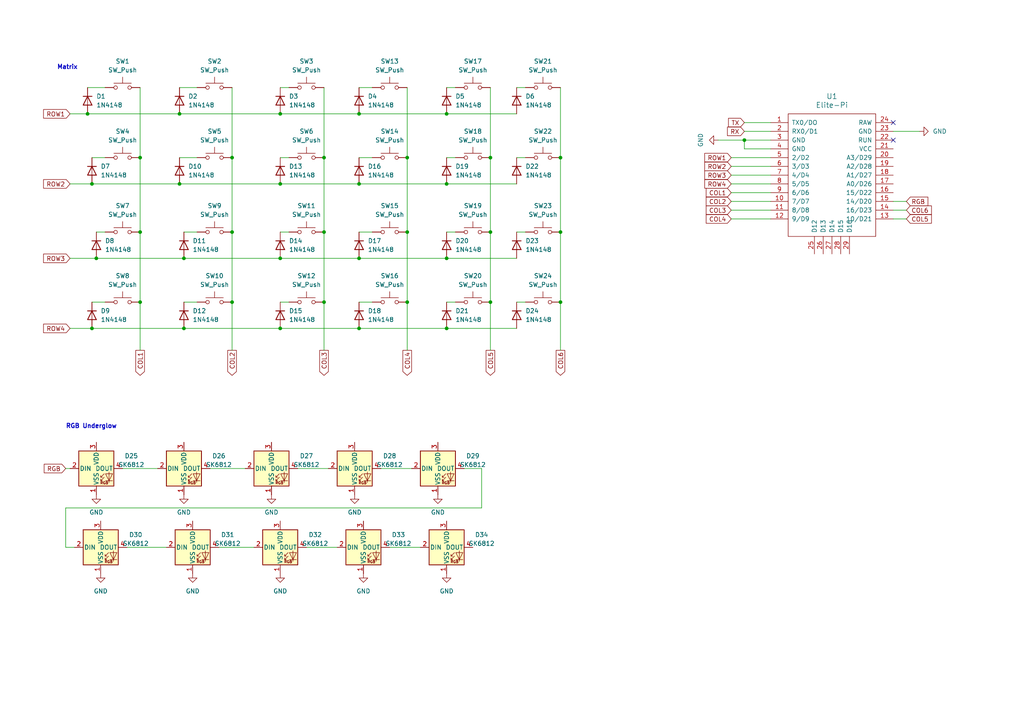
<source format=kicad_sch>
(kicad_sch (version 20230121) (generator eeschema)
  (paper "A4")
  (lib_symbols
    (symbol "Diode:1N4148" (pin_numbers hide) (pin_names hide)
      (property "Reference" "D" (at 0 2.54 0))
      (property "Value" "1N4148" (at 0 -2.54 0))
      (symbol "1N4148_0_1"
        (polyline (pts (xy -1.27 1.27) (xy -1.27 -1.27)) (stroke (width 0.254)))
        (polyline (pts (xy 1.27 0) (xy -1.27 0)))
        (polyline (pts (xy 1.27 1.27) (xy 1.27 -1.27) (xy -1.27 0) (xy 1.27 1.27)) (stroke (width 0.254)))
      )
      (symbol "1N4148_1_1"
        (pin passive line (at -3.81 0 0) (length 2.54) (name "K") (number "1"))
        (pin passive line (at 3.81 0 180) (length 2.54) (name "A") (number "2"))
      )
    )
    (symbol "LED:SK6812" (pin_names (offset 0.254))
      (property "Reference" "D" (at 5.08 5.715 0))
      (property "Value" "SK6812" (at 1.27 -5.715 0))
      (symbol "SK6812_0_0"
        (text "RGB" (at 2.286 -4.191 0) (effects (font (size 0.762 0.762))))
      )
      (symbol "SK6812_0_1"
        (polyline (pts (xy 1.27 -3.556) (xy 1.778 -3.556)))
        (polyline (pts (xy 1.27 -2.54) (xy 1.778 -2.54)))
        (polyline (pts (xy 4.699 -3.556) (xy 2.667 -3.556)))
        (polyline (pts (xy 2.286 -2.54) (xy 1.27 -3.556) (xy 1.27 -3.048)))
        (polyline (pts (xy 2.286 -1.524) (xy 1.27 -2.54) (xy 1.27 -2.032)))
        (polyline (pts (xy 3.683 -1.016) (xy 3.683 -3.556) (xy 3.683 -4.064)))
        (polyline (pts (xy 4.699 -1.524) (xy 2.667 -1.524) (xy 3.683 -3.556) (xy 4.699 -1.524)))
        (rectangle (start 5.08 5.08) (end -5.08 -5.08) (stroke (width 0.254)) (fill (type background)))
      )
      (symbol "SK6812_1_1"
        (pin power_in line (at 0 -7.62 90) (length 2.54) (name "VSS") (number "1"))
        (pin input line (at -7.62 0 0) (length 2.54) (name "DIN") (number "2"))
        (pin power_in line (at 0 7.62 270) (length 2.54) (name "VDD") (number "3"))
        (pin output line (at 7.62 0 180) (length 2.54) (name "DOUT") (number "4"))
      )
    )
    (symbol "SlyRaccoon:Elite-Pi" (pin_names (offset 1.016))
      (property "Reference" "U" (at 0 0 0))
      (property "Value" "Elite-Pi" (at 0 2.54 0))
      (symbol "Elite-Pi_0_1"
        (rectangle (start 12.7 -19.05) (end -12.7 16.51))
      )
      (symbol "Elite-Pi_1_1"
        (pin input line (at -17.78 13.97 0) (length 5.08) (name "TX0/DO") (number "1"))
        (pin input line (at -17.78 -8.89 0) (length 5.08) (name "7/D7") (number "10"))
        (pin input line (at -17.78 -11.43 0) (length 5.08) (name "8/D8") (number "11"))
        (pin input line (at -17.78 -13.97 0) (length 5.08) (name "9/D9") (number "12"))
        (pin input line (at 17.78 -13.97 180) (length 5.08) (name "10/D21") (number "13"))
        (pin input line (at 17.78 -11.43 180) (length 5.08) (name "16/D23") (number "14"))
        (pin input line (at 17.78 -8.89 180) (length 5.08) (name "14/D20") (number "15"))
        (pin input line (at 17.78 -6.35 180) (length 5.08) (name "15/D22") (number "16"))
        (pin input line (at 17.78 -3.81 180) (length 5.08) (name "A0/D26") (number "17"))
        (pin input line (at 17.78 -1.27 180) (length 5.08) (name "A1/D27") (number "18"))
        (pin input line (at 17.78 1.27 180) (length 5.08) (name "A2/D28") (number "19"))
        (pin input line (at -17.78 11.43 0) (length 5.08) (name "RX0/D1") (number "2"))
        (pin input line (at 17.78 3.81 180) (length 5.08) (name "A3/D29") (number "20"))
        (pin input line (at 17.78 6.35 180) (length 5.08) (name "VCC") (number "21"))
        (pin input line (at 17.78 8.89 180) (length 5.08) (name "RUN") (number "22"))
        (pin input line (at 17.78 11.43 180) (length 5.08) (name "GND") (number "23"))
        (pin input line (at 17.78 13.97 180) (length 5.08) (name "RAW") (number "24"))
        (pin input line (at -5.08 -24.13 90) (length 5.08) (name "D12") (number "25"))
        (pin input line (at -2.54 -24.13 90) (length 5.08) (name "D13") (number "26"))
        (pin input line (at 0 -24.13 90) (length 5.08) (name "D14") (number "27"))
        (pin input line (at 2.54 -24.13 90) (length 5.08) (name "D15") (number "28"))
        (pin input line (at 5.08 -24.13 90) (length 5.08) (name "D16") (number "29"))
        (pin input line (at -17.78 8.89 0) (length 5.08) (name "GND") (number "3"))
        (pin input line (at -17.78 6.35 0) (length 5.08) (name "GND") (number "4"))
        (pin input line (at -17.78 3.81 0) (length 5.08) (name "2/D2") (number "5"))
        (pin input line (at -17.78 1.27 0) (length 5.08) (name "3/D3") (number "6"))
        (pin input line (at -17.78 -1.27 0) (length 5.08) (name "4/D4") (number "7"))
        (pin input line (at -17.78 -3.81 0) (length 5.08) (name "5/D5") (number "8"))
        (pin input line (at -17.78 -6.35 0) (length 5.08) (name "6/D6") (number "9"))
      )
    )
    (symbol "Switch:SW_Push" (pin_numbers hide) (pin_names (offset 1.016) hide)
      (property "Reference" "SW" (at 1.27 2.54 0))
      (property "Value" "SW_Push" (at 0 -1.524 0))
      (symbol "SW_Push_0_1"
        (circle (center -2.032 0) (radius 0.508))
        (polyline (pts (xy 0 1.27) (xy 0 3.048)))
        (polyline (pts (xy 2.54 1.27) (xy -2.54 1.27)))
        (circle (center 2.032 0) (radius 0.508))
        (pin passive line (at -5.08 0 0) (length 2.54) (name "1") (number "1"))
        (pin passive line (at 5.08 0 180) (length 2.54) (name "2") (number "2"))
      )
    )
    (symbol "power:GND" (power) (pin_names (offset 0))
      (property "Value" "GND" (at 0 -3.81 0))
      (symbol "GND_0_1"
        (polyline (pts (xy 0 0) (xy 0 -1.27) (xy 1.27 -1.27) (xy 0 -2.54) (xy -1.27 -1.27) (xy 0 -1.27)))
      )
      (symbol "GND_1_1"
        (pin power_in line (at 0 0 270) (length 0) hide (name "GND") (number "1"))
      )
    )
  )
  (junction (at 93.98 45.72))
  (junction (at 67.31 45.72))
  (junction (at 142.24 67.31))
  (junction (at 27.94 74.93))
  (junction (at 67.31 87.63))
  (junction (at 40.64 87.63))
  (junction (at 81.28 74.93))
  (junction (at 81.28 53.34))
  (junction (at 93.98 87.63))
  (junction (at 40.64 45.72))
  (junction (at 118.11 45.72))
  (junction (at 162.56 67.31))
  (junction (at 104.14 53.34))
  (junction (at 129.54 95.25))
  (junction (at 215.9 40.64))
  (junction (at 25.4 33.02))
  (junction (at 81.28 33.02))
  (junction (at 26.67 53.34))
  (junction (at 118.11 67.31))
  (junction (at 162.56 45.72))
  (junction (at 53.34 74.93))
  (junction (at 52.07 33.02))
  (junction (at 104.14 33.02))
  (junction (at 162.56 87.63))
  (junction (at 52.07 53.34))
  (junction (at 53.34 95.25))
  (junction (at 142.24 45.72))
  (junction (at 81.28 95.25))
  (junction (at 129.54 33.02))
  (junction (at 142.24 87.63))
  (junction (at 67.31 67.31))
  (junction (at 40.64 67.31))
  (junction (at 104.14 74.93))
  (junction (at 118.11 87.63))
  (junction (at 104.14 95.25))
  (junction (at 26.67 95.25))
  (junction (at 93.98 67.31))
  (junction (at 129.54 74.93))
  (junction (at 129.54 53.34))
  (no_connect (at 259.08 35.56))
  (no_connect (at 259.08 40.64))
  (wire (pts (xy 212.09 50.8) (xy 223.52 50.8)))
  (wire (pts (xy 26.67 95.25) (xy 53.34 95.25)))
  (wire (pts (xy 40.64 67.31) (xy 40.64 87.63)))
  (wire (pts (xy 142.24 25.4) (xy 142.24 45.72)))
  (wire (pts (xy 52.07 53.34) (xy 81.28 53.34)))
  (wire (pts (xy 104.14 33.02) (xy 129.54 33.02)))
  (wire (pts (xy 259.08 60.96) (xy 262.89 60.96)))
  (wire (pts (xy 142.24 87.63) (xy 142.24 101.6)))
  (wire (pts (xy 110.49 135.89) (xy 119.38 135.89)))
  (wire (pts (xy 215.9 43.18) (xy 215.9 40.64)))
  (wire (pts (xy 81.28 33.02) (xy 104.14 33.02)))
  (wire (pts (xy 118.11 45.72) (xy 118.11 67.31)))
  (wire (pts (xy 129.54 67.31) (xy 132.08 67.31)))
  (wire (pts (xy 149.86 25.4) (xy 152.4 25.4)))
  (wire (pts (xy 212.09 58.42) (xy 223.52 58.42)))
  (wire (pts (xy 19.05 158.75) (xy 21.59 158.75)))
  (wire (pts (xy 134.62 135.89) (xy 139.7 135.89)))
  (wire (pts (xy 129.54 95.25) (xy 149.86 95.25)))
  (wire (pts (xy 67.31 45.72) (xy 67.31 67.31)))
  (wire (pts (xy 259.08 63.5) (xy 262.89 63.5)))
  (wire (pts (xy 86.36 135.89) (xy 95.25 135.89)))
  (wire (pts (xy 93.98 25.4) (xy 93.98 45.72)))
  (wire (pts (xy 223.52 43.18) (xy 215.9 43.18)))
  (wire (pts (xy 129.54 33.02) (xy 149.86 33.02)))
  (wire (pts (xy 215.9 35.56) (xy 223.52 35.56)))
  (wire (pts (xy 93.98 87.63) (xy 93.98 101.6)))
  (wire (pts (xy 215.9 38.1) (xy 223.52 38.1)))
  (wire (pts (xy 19.05 147.32) (xy 19.05 158.75)))
  (wire (pts (xy 93.98 45.72) (xy 93.98 67.31)))
  (wire (pts (xy 53.34 74.93) (xy 81.28 74.93)))
  (wire (pts (xy 118.11 87.63) (xy 118.11 101.6)))
  (wire (pts (xy 149.86 45.72) (xy 152.4 45.72)))
  (wire (pts (xy 212.09 45.72) (xy 223.52 45.72)))
  (wire (pts (xy 149.86 87.63) (xy 152.4 87.63)))
  (wire (pts (xy 129.54 53.34) (xy 149.86 53.34)))
  (wire (pts (xy 162.56 87.63) (xy 162.56 101.6)))
  (wire (pts (xy 20.32 95.25) (xy 26.67 95.25)))
  (wire (pts (xy 215.9 40.64) (xy 223.52 40.64)))
  (wire (pts (xy 53.34 95.25) (xy 81.28 95.25)))
  (wire (pts (xy 259.08 58.42) (xy 262.89 58.42)))
  (wire (pts (xy 60.96 135.89) (xy 71.12 135.89)))
  (wire (pts (xy 139.7 147.32) (xy 19.05 147.32)))
  (wire (pts (xy 162.56 25.4) (xy 162.56 45.72)))
  (wire (pts (xy 36.83 158.75) (xy 48.26 158.75)))
  (wire (pts (xy 67.31 67.31) (xy 67.31 87.63)))
  (wire (pts (xy 81.28 74.93) (xy 104.14 74.93)))
  (wire (pts (xy 88.9 158.75) (xy 97.79 158.75)))
  (wire (pts (xy 81.28 95.25) (xy 104.14 95.25)))
  (wire (pts (xy 19.05 135.89) (xy 20.32 135.89)))
  (wire (pts (xy 139.7 135.89) (xy 139.7 147.32)))
  (wire (pts (xy 104.14 87.63) (xy 107.95 87.63)))
  (wire (pts (xy 162.56 67.31) (xy 162.56 87.63)))
  (wire (pts (xy 104.14 74.93) (xy 129.54 74.93)))
  (wire (pts (xy 118.11 25.4) (xy 118.11 45.72)))
  (wire (pts (xy 52.07 25.4) (xy 57.15 25.4)))
  (wire (pts (xy 118.11 67.31) (xy 118.11 87.63)))
  (wire (pts (xy 25.4 25.4) (xy 30.48 25.4)))
  (wire (pts (xy 129.54 45.72) (xy 132.08 45.72)))
  (wire (pts (xy 63.5 158.75) (xy 73.66 158.75)))
  (wire (pts (xy 93.98 67.31) (xy 93.98 87.63)))
  (wire (pts (xy 104.14 25.4) (xy 107.95 25.4)))
  (wire (pts (xy 104.14 45.72) (xy 107.95 45.72)))
  (wire (pts (xy 40.64 45.72) (xy 40.64 67.31)))
  (wire (pts (xy 208.28 40.64) (xy 215.9 40.64)))
  (wire (pts (xy 53.34 87.63) (xy 57.15 87.63)))
  (wire (pts (xy 162.56 45.72) (xy 162.56 67.31)))
  (wire (pts (xy 27.94 67.31) (xy 30.48 67.31)))
  (wire (pts (xy 25.4 33.02) (xy 52.07 33.02)))
  (wire (pts (xy 212.09 60.96) (xy 223.52 60.96)))
  (wire (pts (xy 20.32 33.02) (xy 25.4 33.02)))
  (wire (pts (xy 20.32 53.34) (xy 26.67 53.34)))
  (wire (pts (xy 52.07 45.72) (xy 57.15 45.72)))
  (wire (pts (xy 26.67 53.34) (xy 52.07 53.34)))
  (wire (pts (xy 142.24 67.31) (xy 142.24 87.63)))
  (wire (pts (xy 53.34 67.31) (xy 57.15 67.31)))
  (wire (pts (xy 104.14 67.31) (xy 107.95 67.31)))
  (wire (pts (xy 27.94 74.93) (xy 53.34 74.93)))
  (wire (pts (xy 212.09 55.88) (xy 223.52 55.88)))
  (wire (pts (xy 149.86 67.31) (xy 152.4 67.31)))
  (wire (pts (xy 81.28 67.31) (xy 83.82 67.31)))
  (wire (pts (xy 259.08 38.1) (xy 266.7 38.1)))
  (wire (pts (xy 113.03 158.75) (xy 121.92 158.75)))
  (wire (pts (xy 129.54 74.93) (xy 149.86 74.93)))
  (wire (pts (xy 104.14 95.25) (xy 129.54 95.25)))
  (wire (pts (xy 20.32 74.93) (xy 27.94 74.93)))
  (wire (pts (xy 40.64 87.63) (xy 40.64 101.6)))
  (wire (pts (xy 129.54 25.4) (xy 132.08 25.4)))
  (wire (pts (xy 52.07 33.02) (xy 81.28 33.02)))
  (wire (pts (xy 81.28 53.34) (xy 104.14 53.34)))
  (wire (pts (xy 35.56 135.89) (xy 45.72 135.89)))
  (wire (pts (xy 81.28 87.63) (xy 83.82 87.63)))
  (wire (pts (xy 40.64 25.4) (xy 40.64 45.72)))
  (wire (pts (xy 104.14 53.34) (xy 129.54 53.34)))
  (wire (pts (xy 212.09 53.34) (xy 223.52 53.34)))
  (wire (pts (xy 26.67 45.72) (xy 30.48 45.72)))
  (wire (pts (xy 81.28 45.72) (xy 83.82 45.72)))
  (wire (pts (xy 26.67 87.63) (xy 30.48 87.63)))
  (wire (pts (xy 142.24 45.72) (xy 142.24 67.31)))
  (wire (pts (xy 212.09 63.5) (xy 223.52 63.5)))
  (wire (pts (xy 212.09 48.26) (xy 223.52 48.26)))
  (wire (pts (xy 129.54 87.63) (xy 132.08 87.63)))
  (wire (pts (xy 67.31 87.63) (xy 67.31 101.6)))
  (wire (pts (xy 81.28 25.4) (xy 83.82 25.4)))
  (wire (pts (xy 67.31 25.4) (xy 67.31 45.72)))
  (text "Matrix" (at 16.51 20.32 0) (effects (font (size 1.27 1.27) (thickness 0.254) bold) (justify left bottom)))
  (text "RGB Underglow" (at 19.05 124.46 0) (effects (font (size 1.27 1.27) (thickness 0.254) bold) (justify left bottom)))
  (global_label "COL5" (shape input) (at 262.89 63.5 0) (property "Intersheetrefs" "${INTERSHEET_REFS}" (effects hide)))
  (global_label "ROW2" (shape input) (at 20.32 53.34 180) (property "Intersheetrefs" "${INTERSHEET_REFS}" (effects hide)))
  (global_label "ROW4" (shape input) (at 20.32 95.25 180) (property "Intersheetrefs" "${INTERSHEET_REFS}" (effects hide)))
  (global_label "COL6" (shape output) (at 162.56 101.6 270) (property "Intersheetrefs" "${INTERSHEET_REFS}" (effects hide)))
  (global_label "COL2" (shape input) (at 212.09 58.42 180) (property "Intersheetrefs" "${INTERSHEET_REFS}" (effects hide)))
  (global_label "COL1" (shape input) (at 212.09 55.88 180) (property "Intersheetrefs" "${INTERSHEET_REFS}" (effects hide)))
  (global_label "RX" (shape input) (at 215.9 38.1 180) (property "Intersheetrefs" "${INTERSHEET_REFS}" (effects hide)))
  (global_label "ROW3" (shape input) (at 212.09 50.8 180) (property "Intersheetrefs" "${INTERSHEET_REFS}" (effects hide)))
  (global_label "COL4" (shape output) (at 118.11 101.6 270) (property "Intersheetrefs" "${INTERSHEET_REFS}" (effects hide)))
  (global_label "RGB" (shape input) (at 262.89 58.42 0) (property "Intersheetrefs" "${INTERSHEET_REFS}" (effects hide)))
  (global_label "ROW4" (shape input) (at 212.09 53.34 180) (property "Intersheetrefs" "${INTERSHEET_REFS}" (effects hide)))
  (global_label "COL6" (shape input) (at 262.89 60.96 0) (property "Intersheetrefs" "${INTERSHEET_REFS}" (effects hide)))
  (global_label "COL2" (shape output) (at 67.31 101.6 270) (property "Intersheetrefs" "${INTERSHEET_REFS}" (effects hide)))
  (global_label "COL3" (shape input) (at 212.09 60.96 180) (property "Intersheetrefs" "${INTERSHEET_REFS}" (effects hide)))
  (global_label "COL1" (shape output) (at 40.64 101.6 270) (property "Intersheetrefs" "${INTERSHEET_REFS}" (effects hide)))
  (global_label "TX" (shape input) (at 215.9 35.56 180) (property "Intersheetrefs" "${INTERSHEET_REFS}" (effects hide)))
  (global_label "ROW1" (shape input) (at 212.09 45.72 180) (property "Intersheetrefs" "${INTERSHEET_REFS}" (effects hide)))
  (global_label "ROW1" (shape input) (at 20.32 33.02 180) (property "Intersheetrefs" "${INTERSHEET_REFS}" (effects hide)))
  (global_label "COL5" (shape output) (at 142.24 101.6 270) (property "Intersheetrefs" "${INTERSHEET_REFS}" (effects hide)))
  (global_label "ROW2" (shape input) (at 212.09 48.26 180) (property "Intersheetrefs" "${INTERSHEET_REFS}" (effects hide)))
  (global_label "COL3" (shape output) (at 93.98 101.6 270) (property "Intersheetrefs" "${INTERSHEET_REFS}" (effects hide)))
  (global_label "RGB" (shape input) (at 19.05 135.89 180) (property "Intersheetrefs" "${INTERSHEET_REFS}" (effects hide)))
  (global_label "COL4" (shape input) (at 212.09 63.5 180) (property "Intersheetrefs" "${INTERSHEET_REFS}" (effects hide)))
  (global_label "ROW3" (shape input) (at 20.32 74.93 180) (property "Intersheetrefs" "${INTERSHEET_REFS}" (effects hide)))
  (symbol (lib_id "Switch:SW_Push") (at 35.56 87.63 0) (unit 1)
    (property "Reference" "SW8" (at 35.56 80.01 0))
    (property "Value" "SW_Push" (at 35.56 82.55 0))
    (property "Footprint" "Keebio:Kailh-PG1350-1u-NoLED" (effects hide))
  )
  (symbol (lib_id "Switch:SW_Push") (at 35.56 45.72 0) (unit 1)
    (property "Reference" "SW4" (at 35.56 38.1 0))
    (property "Value" "SW_Push" (at 35.56 40.64 0))
    (property "Footprint" "Keebio:Kailh-PG1350-1u-NoLED" (effects hide))
  )
  (symbol (lib_id "Diode:1N4148") (at 52.07 49.53 270) (unit 1)
    (property "Reference" "D10" (at 54.61 48.26 90) (effects (justify left)))
    (property "Value" "1N4148" (at 54.61 50.8 90) (effects (justify left)))
    (property "Footprint" "Diode_THT:D_DO-35_SOD27_P7.62mm_Horizontal" (effects hide))
    (property "Datasheet" "https://assets.nexperia.com/documents/data-sheet/1N4148_1N4448.pdf" (effects hide))
    (property "Sim.Device" "D" (effects hide))
    (property "Sim.Pins" "1=K 2=A" (effects hide))
  )
  (symbol (lib_id "LED:SK6812") (at 81.28 158.75 0) (unit 1)
    (property "Reference" "D32" (at 91.44 155.1021 0))
    (property "Value" "SK6812" (at 91.44 157.6421 0))
    (property "Footprint" "LED_SMD:LED_SK6812_PLCC4_5.0x5.0mm_P3.2mm" (effects hide))
    (property "Datasheet" "https://cdn-shop.adafruit.com/product-files/1138/SK6812+LED+datasheet+.pdf" (effects hide))
  )
  (symbol (lib_id "Switch:SW_Push") (at 62.23 25.4 0) (unit 1)
    (property "Reference" "SW2" (at 62.23 17.78 0))
    (property "Value" "SW_Push" (at 62.23 20.32 0))
    (property "Footprint" "Keebio:Kailh-PG1350-1u-NoLED" (effects hide))
  )
  (symbol (lib_id "Switch:SW_Push") (at 157.48 87.63 0) (unit 1)
    (property "Reference" "SW24" (at 157.48 80.01 0))
    (property "Value" "SW_Push" (at 157.48 82.55 0))
    (property "Footprint" "Keebio:Kailh-PG1350-2u-NoLED" (effects hide))
  )
  (symbol (lib_id "LED:SK6812") (at 105.41 158.75 0) (unit 1)
    (property "Reference" "D33" (at 115.57 155.1021 0))
    (property "Value" "SK6812" (at 115.57 157.6421 0))
    (property "Footprint" "LED_SMD:LED_SK6812_PLCC4_5.0x5.0mm_P3.2mm" (effects hide))
    (property "Datasheet" "https://cdn-shop.adafruit.com/product-files/1138/SK6812+LED+datasheet+.pdf" (effects hide))
  )
  (symbol (lib_id "Switch:SW_Push") (at 137.16 87.63 0) (unit 1)
    (property "Reference" "SW20" (at 137.16 80.01 0))
    (property "Value" "SW_Push" (at 137.16 82.55 0))
    (property "Footprint" "Keebio:Kailh-PG1350-1u-NoLED" (effects hide))
  )
  (symbol (lib_id "Switch:SW_Push") (at 113.03 45.72 0) (unit 1)
    (property "Reference" "SW14" (at 113.03 38.1 0))
    (property "Value" "SW_Push" (at 113.03 40.64 0))
    (property "Footprint" "Keebio:Kailh-PG1350-1u-NoLED" (effects hide))
  )
  (symbol (lib_id "power:GND") (at 127 143.51 0) (unit 1)
    (property "Reference" "#PWR08" (effects hide))
    (property "Value" "GND" (at 127 148.59 0))
  )
  (symbol (lib_id "power:GND") (at 105.41 166.37 0) (unit 1)
    (property "Reference" "#PWR06" (effects hide))
    (property "Value" "GND" (at 105.41 171.45 0))
  )
  (symbol (lib_id "Switch:SW_Push") (at 113.03 67.31 0) (unit 1)
    (property "Reference" "SW15" (at 113.03 59.69 0))
    (property "Value" "SW_Push" (at 113.03 62.23 0))
    (property "Footprint" "Keebio:Kailh-PG1350-1u-NoLED" (effects hide))
  )
  (symbol (lib_id "Diode:1N4148") (at 81.28 91.44 270) (unit 1)
    (property "Reference" "D15" (at 83.82 90.17 90) (effects (justify left)))
    (property "Value" "1N4148" (at 83.82 92.71 90) (effects (justify left)))
    (property "Footprint" "Diode_THT:D_DO-35_SOD27_P7.62mm_Horizontal" (effects hide))
    (property "Datasheet" "https://assets.nexperia.com/documents/data-sheet/1N4148_1N4448.pdf" (effects hide))
    (property "Sim.Device" "D" (effects hide))
    (property "Sim.Pins" "1=K 2=A" (effects hide))
  )
  (symbol (lib_id "power:GND") (at 27.94 143.51 0) (unit 1)
    (property "Reference" "#PWR012" (effects hide))
    (property "Value" "GND" (at 27.94 148.59 0))
  )
  (symbol (lib_id "Switch:SW_Push") (at 62.23 87.63 0) (unit 1)
    (property "Reference" "SW10" (at 62.23 80.01 0))
    (property "Value" "SW_Push" (at 62.23 82.55 0))
    (property "Footprint" "Keebio:Kailh-PG1350-1u-NoLED" (effects hide))
  )
  (symbol (lib_id "Switch:SW_Push") (at 62.23 45.72 0) (unit 1)
    (property "Reference" "SW5" (at 62.23 38.1 0))
    (property "Value" "SW_Push" (at 62.23 40.64 0))
    (property "Footprint" "Keebio:Kailh-PG1350-1u-NoLED" (effects hide))
  )
  (symbol (lib_id "power:GND") (at 81.28 166.37 0) (unit 1)
    (property "Reference" "#PWR05" (effects hide))
    (property "Value" "GND" (at 81.28 171.45 0))
  )
  (symbol (lib_id "LED:SK6812") (at 102.87 135.89 0) (unit 1)
    (property "Reference" "D28" (at 113.03 132.2421 0))
    (property "Value" "SK6812" (at 113.03 134.7821 0))
    (property "Footprint" "LED_SMD:LED_SK6812_PLCC4_5.0x5.0mm_P3.2mm" (effects hide))
    (property "Datasheet" "https://cdn-shop.adafruit.com/product-files/1138/SK6812+LED+datasheet+.pdf" (effects hide))
  )
  (symbol (lib_id "power:GND") (at 78.74 143.51 0) (unit 1)
    (property "Reference" "#PWR010" (effects hide))
    (property "Value" "GND" (at 78.74 148.59 0))
  )
  (symbol (lib_id "LED:SK6812") (at 78.74 135.89 0) (unit 1)
    (property "Reference" "D27" (at 88.9 132.2421 0))
    (property "Value" "SK6812" (at 88.9 134.7821 0))
    (property "Footprint" "LED_SMD:LED_SK6812_PLCC4_5.0x5.0mm_P3.2mm" (effects hide))
    (property "Datasheet" "https://cdn-shop.adafruit.com/product-files/1138/SK6812+LED+datasheet+.pdf" (effects hide))
  )
  (symbol (lib_id "Diode:1N4148") (at 149.86 49.53 270) (unit 1)
    (property "Reference" "D22" (at 152.4 48.26 90) (effects (justify left)))
    (property "Value" "1N4148" (at 152.4 50.8 90) (effects (justify left)))
    (property "Footprint" "Diode_THT:D_DO-35_SOD27_P7.62mm_Horizontal" (effects hide))
    (property "Datasheet" "https://assets.nexperia.com/documents/data-sheet/1N4148_1N4448.pdf" (effects hide))
    (property "Sim.Device" "D" (effects hide))
    (property "Sim.Pins" "1=K 2=A" (effects hide))
  )
  (symbol (lib_id "Switch:SW_Push") (at 113.03 25.4 0) (unit 1)
    (property "Reference" "SW13" (at 113.03 17.78 0))
    (property "Value" "SW_Push" (at 113.03 20.32 0))
    (property "Footprint" "Keebio:Kailh-PG1350-1u-NoLED" (effects hide))
  )
  (symbol (lib_id "Diode:1N4148") (at 26.67 91.44 270) (unit 1)
    (property "Reference" "D9" (at 29.21 90.17 90) (effects (justify left)))
    (property "Value" "1N4148" (at 29.21 92.71 90) (effects (justify left)))
    (property "Footprint" "Diode_THT:D_DO-35_SOD27_P7.62mm_Horizontal" (effects hide))
    (property "Datasheet" "https://assets.nexperia.com/documents/data-sheet/1N4148_1N4448.pdf" (effects hide))
    (property "Sim.Device" "D" (effects hide))
    (property "Sim.Pins" "1=K 2=A" (effects hide))
  )
  (symbol (lib_id "Switch:SW_Push") (at 157.48 25.4 0) (unit 1)
    (property "Reference" "SW21" (at 157.48 17.78 0))
    (property "Value" "SW_Push" (at 157.48 20.32 0))
    (property "Footprint" "Keebio:Kailh-PG1350-1u-NoLED" (effects hide))
  )
  (symbol (lib_id "Diode:1N4148") (at 53.34 91.44 270) (unit 1)
    (property "Reference" "D12" (at 55.88 90.17 90) (effects (justify left)))
    (property "Value" "1N4148" (at 55.88 92.71 90) (effects (justify left)))
    (property "Footprint" "Diode_THT:D_DO-35_SOD27_P7.62mm_Horizontal" (effects hide))
    (property "Datasheet" "https://assets.nexperia.com/documents/data-sheet/1N4148_1N4448.pdf" (effects hide))
    (property "Sim.Device" "D" (effects hide))
    (property "Sim.Pins" "1=K 2=A" (effects hide))
  )
  (symbol (lib_id "Switch:SW_Push") (at 88.9 87.63 0) (unit 1)
    (property "Reference" "SW12" (at 88.9 80.01 0))
    (property "Value" "SW_Push" (at 88.9 82.55 0))
    (property "Footprint" "Keebio:Kailh-PG1350-1u-NoLED" (effects hide))
  )
  (symbol (lib_id "Diode:1N4148") (at 149.86 71.12 270) (unit 1)
    (property "Reference" "D23" (at 152.4 69.85 90) (effects (justify left)))
    (property "Value" "1N4148" (at 152.4 72.39 90) (effects (justify left)))
    (property "Footprint" "Diode_THT:D_DO-35_SOD27_P7.62mm_Horizontal" (effects hide))
    (property "Datasheet" "https://assets.nexperia.com/documents/data-sheet/1N4148_1N4448.pdf" (effects hide))
    (property "Sim.Device" "D" (effects hide))
    (property "Sim.Pins" "1=K 2=A" (effects hide))
  )
  (symbol (lib_id "Diode:1N4148") (at 25.4 29.21 270) (unit 1)
    (property "Reference" "D1" (at 27.94 27.94 90) (effects (justify left)))
    (property "Value" "1N4148" (at 27.94 30.48 90) (effects (justify left)))
    (property "Footprint" "Diode_THT:D_DO-35_SOD27_P7.62mm_Horizontal" (effects hide))
    (property "Datasheet" "https://assets.nexperia.com/documents/data-sheet/1N4148_1N4448.pdf" (effects hide))
    (property "Sim.Device" "D" (effects hide))
    (property "Sim.Pins" "1=K 2=A" (effects hide))
  )
  (symbol (lib_id "Diode:1N4148") (at 26.67 49.53 270) (unit 1)
    (property "Reference" "D7" (at 29.21 48.26 90) (effects (justify left)))
    (property "Value" "1N4148" (at 29.21 50.8 90) (effects (justify left)))
    (property "Footprint" "Diode_THT:D_DO-35_SOD27_P7.62mm_Horizontal" (effects hide))
    (property "Datasheet" "https://assets.nexperia.com/documents/data-sheet/1N4148_1N4448.pdf" (effects hide))
    (property "Sim.Device" "D" (effects hide))
    (property "Sim.Pins" "1=K 2=A" (effects hide))
  )
  (symbol (lib_id "Diode:1N4148") (at 104.14 49.53 270) (unit 1)
    (property "Reference" "D16" (at 106.68 48.26 90) (effects (justify left)))
    (property "Value" "1N4148" (at 106.68 50.8 90) (effects (justify left)))
    (property "Footprint" "Diode_THT:D_DO-35_SOD27_P7.62mm_Horizontal" (effects hide))
    (property "Datasheet" "https://assets.nexperia.com/documents/data-sheet/1N4148_1N4448.pdf" (effects hide))
    (property "Sim.Device" "D" (effects hide))
    (property "Sim.Pins" "1=K 2=A" (effects hide))
  )
  (symbol (lib_id "LED:SK6812") (at 55.88 158.75 0) (unit 1)
    (property "Reference" "D31" (at 66.04 155.1021 0))
    (property "Value" "SK6812" (at 66.04 157.6421 0))
    (property "Footprint" "LED_SMD:LED_SK6812_PLCC4_5.0x5.0mm_P3.2mm" (effects hide))
    (property "Datasheet" "https://cdn-shop.adafruit.com/product-files/1138/SK6812+LED+datasheet+.pdf" (effects hide))
  )
  (symbol (lib_id "Switch:SW_Push") (at 137.16 25.4 0) (unit 1)
    (property "Reference" "SW17" (at 137.16 17.78 0))
    (property "Value" "SW_Push" (at 137.16 20.32 0))
    (property "Footprint" "Keebio:Kailh-PG1350-1u-NoLED" (effects hide))
  )
  (symbol (lib_id "power:GND") (at 102.87 143.51 0) (unit 1)
    (property "Reference" "#PWR09" (effects hide))
    (property "Value" "GND" (at 102.87 148.59 0))
  )
  (symbol (lib_id "Switch:SW_Push") (at 88.9 45.72 0) (unit 1)
    (property "Reference" "SW6" (at 88.9 38.1 0))
    (property "Value" "SW_Push" (at 88.9 40.64 0))
    (property "Footprint" "Keebio:Kailh-PG1350-1u-NoLED" (effects hide))
  )
  (symbol (lib_id "Switch:SW_Push") (at 35.56 67.31 0) (unit 1)
    (property "Reference" "SW7" (at 35.56 59.69 0))
    (property "Value" "SW_Push" (at 35.56 62.23 0))
    (property "Footprint" "Keebio:Kailh-PG1350-1u-NoLED" (effects hide))
  )
  (symbol (lib_id "Diode:1N4148") (at 52.07 29.21 270) (unit 1)
    (property "Reference" "D2" (at 54.61 27.94 90) (effects (justify left)))
    (property "Value" "1N4148" (at 54.61 30.48 90) (effects (justify left)))
    (property "Footprint" "Diode_THT:D_DO-35_SOD27_P7.62mm_Horizontal" (effects hide))
    (property "Datasheet" "https://assets.nexperia.com/documents/data-sheet/1N4148_1N4448.pdf" (effects hide))
    (property "Sim.Device" "D" (effects hide))
    (property "Sim.Pins" "1=K 2=A" (effects hide))
  )
  (symbol (lib_id "Switch:SW_Push") (at 157.48 45.72 0) (unit 1)
    (property "Reference" "SW22" (at 157.48 38.1 0))
    (property "Value" "SW_Push" (at 157.48 40.64 0))
    (property "Footprint" "Keebio:Kailh-PG1350-1u-NoLED" (effects hide))
  )
  (symbol (lib_id "Switch:SW_Push") (at 113.03 87.63 0) (unit 1)
    (property "Reference" "SW16" (at 113.03 80.01 0))
    (property "Value" "SW_Push" (at 113.03 82.55 0))
    (property "Footprint" "Keebio:Kailh-PG1350-1u-NoLED" (effects hide))
  )
  (symbol (lib_id "Diode:1N4148") (at 104.14 29.21 270) (unit 1)
    (property "Reference" "D4" (at 106.68 27.94 90) (effects (justify left)))
    (property "Value" "1N4148" (at 106.68 30.48 90) (effects (justify left)))
    (property "Footprint" "Diode_THT:D_DO-35_SOD27_P7.62mm_Horizontal" (effects hide))
    (property "Datasheet" "https://assets.nexperia.com/documents/data-sheet/1N4148_1N4448.pdf" (effects hide))
    (property "Sim.Device" "D" (effects hide))
    (property "Sim.Pins" "1=K 2=A" (effects hide))
  )
  (symbol (lib_id "Switch:SW_Push") (at 62.23 67.31 0) (unit 1)
    (property "Reference" "SW9" (at 62.23 59.69 0))
    (property "Value" "SW_Push" (at 62.23 62.23 0))
    (property "Footprint" "Keebio:Kailh-PG1350-1u-NoLED" (effects hide))
  )
  (symbol (lib_id "Diode:1N4148") (at 129.54 29.21 270) (unit 1)
    (property "Reference" "D5" (at 132.08 27.94 90) (effects (justify left)))
    (property "Value" "1N4148" (at 132.08 30.48 90) (effects (justify left)))
    (property "Footprint" "Diode_THT:D_DO-35_SOD27_P7.62mm_Horizontal" (effects hide))
    (property "Datasheet" "https://assets.nexperia.com/documents/data-sheet/1N4148_1N4448.pdf" (effects hide))
    (property "Sim.Device" "D" (effects hide))
    (property "Sim.Pins" "1=K 2=A" (effects hide))
  )
  (symbol (lib_id "Diode:1N4148") (at 104.14 91.44 270) (unit 1)
    (property "Reference" "D18" (at 106.68 90.17 90) (effects (justify left)))
    (property "Value" "1N4148" (at 106.68 92.71 90) (effects (justify left)))
    (property "Footprint" "Diode_THT:D_DO-35_SOD27_P7.62mm_Horizontal" (effects hide))
    (property "Datasheet" "https://assets.nexperia.com/documents/data-sheet/1N4148_1N4448.pdf" (effects hide))
    (property "Sim.Device" "D" (effects hide))
    (property "Sim.Pins" "1=K 2=A" (effects hide))
  )
  (symbol (lib_id "SlyRaccoon:Elite-Pi") (at 241.3 49.53 0) (unit 1)
    (property "Reference" "U1" (at 241.3 27.94 0) (effects (font (size 1.524 1.524))))
    (property "Value" "Elite-Pi" (at 241.3 30.48 0) (effects (font (size 1.524 1.524))))
    (property "Footprint" "Keebio:Elite-C-castellated-29pin-holes" (effects hide))
  )
  (symbol (lib_id "Diode:1N4148") (at 129.54 91.44 270) (unit 1)
    (property "Reference" "D21" (at 132.08 90.17 90) (effects (justify left)))
    (property "Value" "1N4148" (at 132.08 92.71 90) (effects (justify left)))
    (property "Footprint" "Diode_THT:D_DO-35_SOD27_P7.62mm_Horizontal" (effects hide))
    (property "Datasheet" "https://assets.nexperia.com/documents/data-sheet/1N4148_1N4448.pdf" (effects hide))
    (property "Sim.Device" "D" (effects hide))
    (property "Sim.Pins" "1=K 2=A" (effects hide))
  )
  (symbol (lib_id "LED:SK6812") (at 29.21 158.75 0) (unit 1)
    (property "Reference" "D30" (at 39.37 155.1021 0))
    (property "Value" "SK6812" (at 39.37 157.6421 0))
    (property "Footprint" "LED_SMD:LED_SK6812_PLCC4_5.0x5.0mm_P3.2mm" (effects hide))
    (property "Datasheet" "https://cdn-shop.adafruit.com/product-files/1138/SK6812+LED+datasheet+.pdf" (effects hide))
  )
  (symbol (lib_id "LED:SK6812") (at 53.34 135.89 0) (unit 1)
    (property "Reference" "D26" (at 63.5 132.2421 0))
    (property "Value" "SK6812" (at 63.5 134.7821 0))
    (property "Footprint" "LED_SMD:LED_SK6812_PLCC4_5.0x5.0mm_P3.2mm" (effects hide))
    (property "Datasheet" "https://cdn-shop.adafruit.com/product-files/1138/SK6812+LED+datasheet+.pdf" (effects hide))
  )
  (symbol (lib_id "power:GND") (at 129.54 166.37 0) (unit 1)
    (property "Reference" "#PWR07" (effects hide))
    (property "Value" "GND" (at 129.54 171.45 0))
  )
  (symbol (lib_id "power:GND") (at 29.21 166.37 0) (unit 1)
    (property "Reference" "#PWR03" (effects hide))
    (property "Value" "GND" (at 29.21 171.45 0))
  )
  (symbol (lib_id "Switch:SW_Push") (at 157.48 67.31 0) (unit 1)
    (property "Reference" "SW23" (at 157.48 59.69 0))
    (property "Value" "SW_Push" (at 157.48 62.23 0))
    (property "Footprint" "Keebio:Kailh-PG1350-1u-NoLED" (effects hide))
  )
  (symbol (lib_id "power:GND") (at 208.28 40.64 270) (unit 1)
    (property "Reference" "#PWR01" (effects hide))
    (property "Value" "GND" (at 203.2 40.64 0))
  )
  (symbol (lib_id "Diode:1N4148") (at 53.34 71.12 270) (unit 1)
    (property "Reference" "D11" (at 55.88 69.85 90) (effects (justify left)))
    (property "Value" "1N4148" (at 55.88 72.39 90) (effects (justify left)))
    (property "Footprint" "Diode_THT:D_DO-35_SOD27_P7.62mm_Horizontal" (effects hide))
    (property "Datasheet" "https://assets.nexperia.com/documents/data-sheet/1N4148_1N4448.pdf" (effects hide))
    (property "Sim.Device" "D" (effects hide))
    (property "Sim.Pins" "1=K 2=A" (effects hide))
  )
  (symbol (lib_id "Switch:SW_Push") (at 35.56 25.4 0) (unit 1)
    (property "Reference" "SW1" (at 35.56 17.78 0))
    (property "Value" "SW_Push" (at 35.56 20.32 0))
    (property "Footprint" "Keebio:Kailh-PG1350-1u-NoLED" (effects hide))
  )
  (symbol (lib_id "Diode:1N4148") (at 129.54 71.12 270) (unit 1)
    (property "Reference" "D20" (at 132.08 69.85 90) (effects (justify left)))
    (property "Value" "1N4148" (at 132.08 72.39 90) (effects (justify left)))
    (property "Footprint" "Diode_THT:D_DO-35_SOD27_P7.62mm_Horizontal" (effects hide))
    (property "Datasheet" "https://assets.nexperia.com/documents/data-sheet/1N4148_1N4448.pdf" (effects hide))
    (property "Sim.Device" "D" (effects hide))
    (property "Sim.Pins" "1=K 2=A" (effects hide))
  )
  (symbol (lib_id "Diode:1N4148") (at 81.28 71.12 270) (unit 1)
    (property "Reference" "D14" (at 83.82 69.85 90) (effects (justify left)))
    (property "Value" "1N4148" (at 83.82 72.39 90) (effects (justify left)))
    (property "Footprint" "Diode_THT:D_DO-35_SOD27_P7.62mm_Horizontal" (effects hide))
    (property "Datasheet" "https://assets.nexperia.com/documents/data-sheet/1N4148_1N4448.pdf" (effects hide))
    (property "Sim.Device" "D" (effects hide))
    (property "Sim.Pins" "1=K 2=A" (effects hide))
  )
  (symbol (lib_id "power:GND") (at 55.88 166.37 0) (unit 1)
    (property "Reference" "#PWR04" (effects hide))
    (property "Value" "GND" (at 55.88 171.45 0))
  )
  (symbol (lib_id "Switch:SW_Push") (at 88.9 25.4 0) (unit 1)
    (property "Reference" "SW3" (at 88.9 17.78 0))
    (property "Value" "SW_Push" (at 88.9 20.32 0))
    (property "Footprint" "Keebio:Kailh-PG1350-1u-NoLED" (effects hide))
  )
  (symbol (lib_id "LED:SK6812") (at 127 135.89 0) (unit 1)
    (property "Reference" "D29" (at 137.16 132.2421 0))
    (property "Value" "SK6812" (at 137.16 134.7821 0))
    (property "Footprint" "LED_SMD:LED_SK6812_PLCC4_5.0x5.0mm_P3.2mm" (effects hide))
    (property "Datasheet" "https://cdn-shop.adafruit.com/product-files/1138/SK6812+LED+datasheet+.pdf" (effects hide))
  )
  (symbol (lib_id "power:GND") (at 266.7 38.1 90) (unit 1)
    (property "Reference" "#PWR02" (effects hide))
    (property "Value" "GND" (at 270.51 38.1 90) (effects (justify right)))
  )
  (symbol (lib_id "LED:SK6812") (at 129.54 158.75 0) (unit 1)
    (property "Reference" "D34" (at 139.7 155.1021 0))
    (property "Value" "SK6812" (at 139.7 157.6421 0))
    (property "Footprint" "LED_SMD:LED_SK6812_PLCC4_5.0x5.0mm_P3.2mm" (effects hide))
    (property "Datasheet" "https://cdn-shop.adafruit.com/product-files/1138/SK6812+LED+datasheet+.pdf" (effects hide))
  )
  (symbol (lib_id "Diode:1N4148") (at 104.14 71.12 270) (unit 1)
    (property "Reference" "D17" (at 106.68 69.85 90) (effects (justify left)))
    (property "Value" "1N4148" (at 106.68 72.39 90) (effects (justify left)))
    (property "Footprint" "Diode_THT:D_DO-35_SOD27_P7.62mm_Horizontal" (effects hide))
    (property "Datasheet" "https://assets.nexperia.com/documents/data-sheet/1N4148_1N4448.pdf" (effects hide))
    (property "Sim.Device" "D" (effects hide))
    (property "Sim.Pins" "1=K 2=A" (effects hide))
  )
  (symbol (lib_id "Switch:SW_Push") (at 137.16 45.72 0) (unit 1)
    (property "Reference" "SW18" (at 137.16 38.1 0))
    (property "Value" "SW_Push" (at 137.16 40.64 0))
    (property "Footprint" "Keebio:Kailh-PG1350-1u-NoLED" (effects hide))
  )
  (symbol (lib_id "Switch:SW_Push") (at 137.16 67.31 0) (unit 1)
    (property "Reference" "SW19" (at 137.16 59.69 0))
    (property "Value" "SW_Push" (at 137.16 62.23 0))
    (property "Footprint" "Keebio:Kailh-PG1350-1u-NoLED" (effects hide))
  )
  (symbol (lib_id "Diode:1N4148") (at 149.86 29.21 270) (unit 1)
    (property "Reference" "D6" (at 152.4 27.94 90) (effects (justify left)))
    (property "Value" "1N4148" (at 152.4 30.48 90) (effects (justify left)))
    (property "Footprint" "Diode_THT:D_DO-35_SOD27_P7.62mm_Horizontal" (effects hide))
    (property "Datasheet" "https://assets.nexperia.com/documents/data-sheet/1N4148_1N4448.pdf" (effects hide))
    (property "Sim.Device" "D" (effects hide))
    (property "Sim.Pins" "1=K 2=A" (effects hide))
  )
  (symbol (lib_id "LED:SK6812") (at 27.94 135.89 0) (unit 1)
    (property "Reference" "D25" (at 38.1 132.2421 0))
    (property "Value" "SK6812" (at 38.1 134.7821 0))
    (property "Footprint" "LED_SMD:LED_SK6812_PLCC4_5.0x5.0mm_P3.2mm" (effects hide))
    (property "Datasheet" "https://cdn-shop.adafruit.com/product-files/1138/SK6812+LED+datasheet+.pdf" (effects hide))
  )
  (symbol (lib_id "Diode:1N4148") (at 129.54 49.53 270) (unit 1)
    (property "Reference" "D19" (at 132.08 48.26 90) (effects (justify left)))
    (property "Value" "1N4148" (at 132.08 50.8 90) (effects (justify left)))
    (property "Footprint" "Diode_THT:D_DO-35_SOD27_P7.62mm_Horizontal" (effects hide))
    (property "Datasheet" "https://assets.nexperia.com/documents/data-sheet/1N4148_1N4448.pdf" (effects hide))
    (property "Sim.Device" "D" (effects hide))
    (property "Sim.Pins" "1=K 2=A" (effects hide))
  )
  (symbol (lib_id "power:GND") (at 53.34 143.51 0) (unit 1)
    (property "Reference" "#PWR011" (effects hide))
    (property "Value" "GND" (at 53.34 148.59 0))
  )
  (symbol (lib_id "Diode:1N4148") (at 81.28 49.53 270) (unit 1)
    (property "Reference" "D13" (at 83.82 48.26 90) (effects (justify left)))
    (property "Value" "1N4148" (at 83.82 50.8 90) (effects (justify left)))
    (property "Footprint" "Diode_THT:D_DO-35_SOD27_P7.62mm_Horizontal" (effects hide))
    (property "Datasheet" "https://assets.nexperia.com/documents/data-sheet/1N4148_1N4448.pdf" (effects hide))
    (property "Sim.Device" "D" (effects hide))
    (property "Sim.Pins" "1=K 2=A" (effects hide))
  )
  (symbol (lib_id "Diode:1N4148") (at 27.94 71.12 270) (unit 1)
    (property "Reference" "D8" (at 30.48 69.85 90) (effects (justify left)))
    (property "Value" "1N4148" (at 30.48 72.39 90) (effects (justify left)))
    (property "Footprint" "Diode_THT:D_DO-35_SOD27_P7.62mm_Horizontal" (effects hide))
    (property "Datasheet" "https://assets.nexperia.com/documents/data-sheet/1N4148_1N4448.pdf" (effects hide))
    (property "Sim.Device" "D" (effects hide))
    (property "Sim.Pins" "1=K 2=A" (effects hide))
  )
  (symbol (lib_id "Diode:1N4148") (at 149.86 91.44 270) (unit 1)
    (property "Reference" "D24" (at 152.4 90.17 90) (effects (justify left)))
    (property "Value" "1N4148" (at 152.4 92.71 90) (effects (justify left)))
    (property "Footprint" "Diode_THT:D_DO-35_SOD27_P7.62mm_Horizontal" (effects hide))
    (property "Datasheet" "https://assets.nexperia.com/documents/data-sheet/1N4148_1N4448.pdf" (effects hide))
    (property "Sim.Device" "D" (effects hide))
    (property "Sim.Pins" "1=K 2=A" (effects hide))
  )
  (symbol (lib_id "Diode:1N4148") (at 81.28 29.21 270) (unit 1)
    (property "Reference" "D3" (at 83.82 27.94 90) (effects (justify left)))
    (property "Value" "1N4148" (at 83.82 30.48 90) (effects (justify left)))
    (property "Footprint" "Diode_THT:D_DO-35_SOD27_P7.62mm_Horizontal" (effects hide))
    (property "Datasheet" "https://assets.nexperia.com/documents/data-sheet/1N4148_1N4448.pdf" (effects hide))
    (property "Sim.Device" "D" (effects hide))
    (property "Sim.Pins" "1=K 2=A" (effects hide))
  )
  (symbol (lib_id "Switch:SW_Push") (at 88.9 67.31 0) (unit 1)
    (property "Reference" "SW11" (at 88.9 59.69 0))
    (property "Value" "SW_Push" (at 88.9 62.23 0))
    (property "Footprint" "Keebio:Kailh-PG1350-1u-NoLED" (effects hide))
  )
)
</source>
